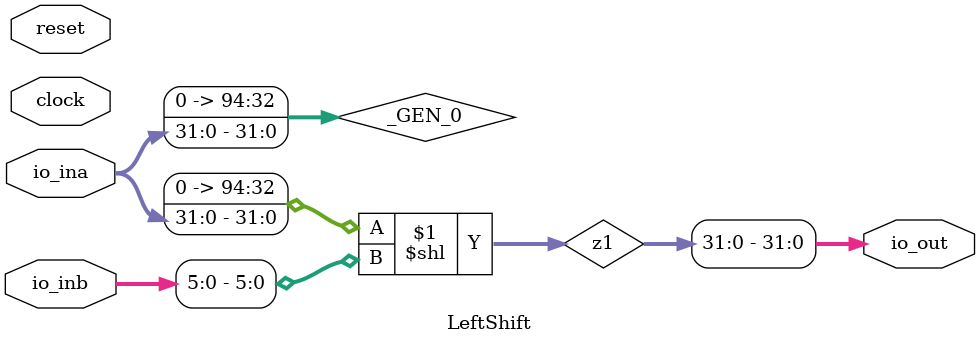
<source format=v>
module LeftShift(
  input         clock,
  input         reset,
  input  [31:0] io_ina,
  input  [31:0] io_inb,
  output [31:0] io_out
);
  wire [94:0] _GEN_0 = {{63'd0}, io_ina}; // @[LeftShift.scala 20:21]
  wire [94:0] z1 = _GEN_0 << io_inb[5:0]; // @[LeftShift.scala 20:21]
  assign io_out = z1[31:0]; // @[LeftShift.scala 21:12]
endmodule

</source>
